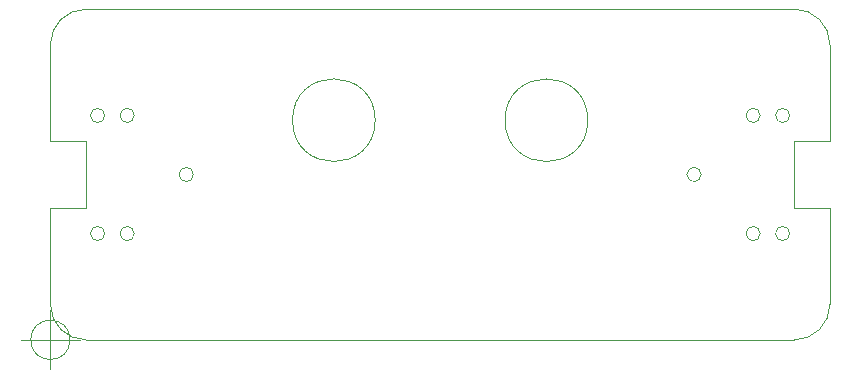
<source format=gm1>
%TF.GenerationSoftware,KiCad,Pcbnew,(5.99.0-12157-g5a28a06597)*%
%TF.CreationDate,2021-09-01T12:46:34+08:00*%
%TF.ProjectId,CW-PHONE-BAND-PASS,43572d50-484f-44e4-952d-42414e442d50,rev?*%
%TF.SameCoordinates,PX5a995c0PY6422c40*%
%TF.FileFunction,Profile,NP*%
%FSLAX46Y46*%
G04 Gerber Fmt 4.6, Leading zero omitted, Abs format (unit mm)*
G04 Created by KiCad (PCBNEW (5.99.0-12157-g5a28a06597)) date 2021-09-01 12:46:34*
%MOMM*%
%LPD*%
G01*
G04 APERTURE LIST*
%TA.AperFunction,Profile*%
%ADD10C,0.100000*%
%TD*%
%TA.AperFunction,Profile*%
%ADD11C,0.120000*%
%TD*%
G04 APERTURE END LIST*
D10*
X5000000Y21800000D02*
X5000000Y30000000D01*
X5000000Y16200000D02*
X5000000Y8000000D01*
X8000000Y16200000D02*
X5000000Y16200000D01*
X8000000Y21800000D02*
X8000000Y16200000D01*
X5000000Y21800000D02*
X8000000Y21800000D01*
X71000000Y16200000D02*
X71000000Y8000000D01*
X71000000Y21800000D02*
X71000000Y30000000D01*
X68000000Y16200000D02*
X71000000Y16200000D01*
X68000000Y21800000D02*
X68000000Y16200000D01*
X71000000Y21800000D02*
X68000000Y21800000D01*
X71000000Y30000000D02*
G75*
G03*
X68000000Y33000000I-3000000J0D01*
G01*
X5000000Y30000000D02*
G75*
G02*
X8000000Y33000000I3000000J0D01*
G01*
X8000000Y5000000D02*
X68000000Y5000000D01*
X5000000Y8000000D02*
G75*
G03*
X8000000Y5000000I3000000J0D01*
G01*
X68000000Y33000000D02*
X8000000Y33000000D01*
X71000000Y8000000D02*
G75*
G02*
X68000000Y5000000I-3000000J0D01*
G01*
X6666666Y5000000D02*
G75*
G03*
X6666666Y5000000I-1666666J0D01*
G01*
X2500000Y5000000D02*
X7500000Y5000000D01*
X5000000Y7500000D02*
X5000000Y2500000D01*
D11*
%TO.C,RV2*%
X50500000Y23595000D02*
G75*
G03*
X50500000Y23595000I-3500000J0D01*
G01*
%TO.C,RV1*%
X32500000Y23595000D02*
G75*
G03*
X32500000Y23595000I-3500000J0D01*
G01*
%TO.C,J1*%
X9600000Y24000000D02*
G75*
G03*
X9600000Y24000000I-600000J0D01*
G01*
X17100000Y19000000D02*
G75*
G03*
X17100000Y19000000I-600000J0D01*
G01*
X12100000Y24000000D02*
G75*
G03*
X12100000Y24000000I-600000J0D01*
G01*
X9600000Y14000000D02*
G75*
G03*
X9600000Y14000000I-600000J0D01*
G01*
X12100000Y14000000D02*
G75*
G03*
X12100000Y14000000I-600000J0D01*
G01*
%TO.C,J2*%
X67600000Y14000000D02*
G75*
G03*
X67600000Y14000000I-600000J0D01*
G01*
X60100000Y19000000D02*
G75*
G03*
X60100000Y19000000I-600000J0D01*
G01*
X65100000Y14000000D02*
G75*
G03*
X65100000Y14000000I-600000J0D01*
G01*
X67600000Y24000000D02*
G75*
G03*
X67600000Y24000000I-600000J0D01*
G01*
X65100000Y24000000D02*
G75*
G03*
X65100000Y24000000I-600000J0D01*
G01*
%TD*%
M02*

</source>
